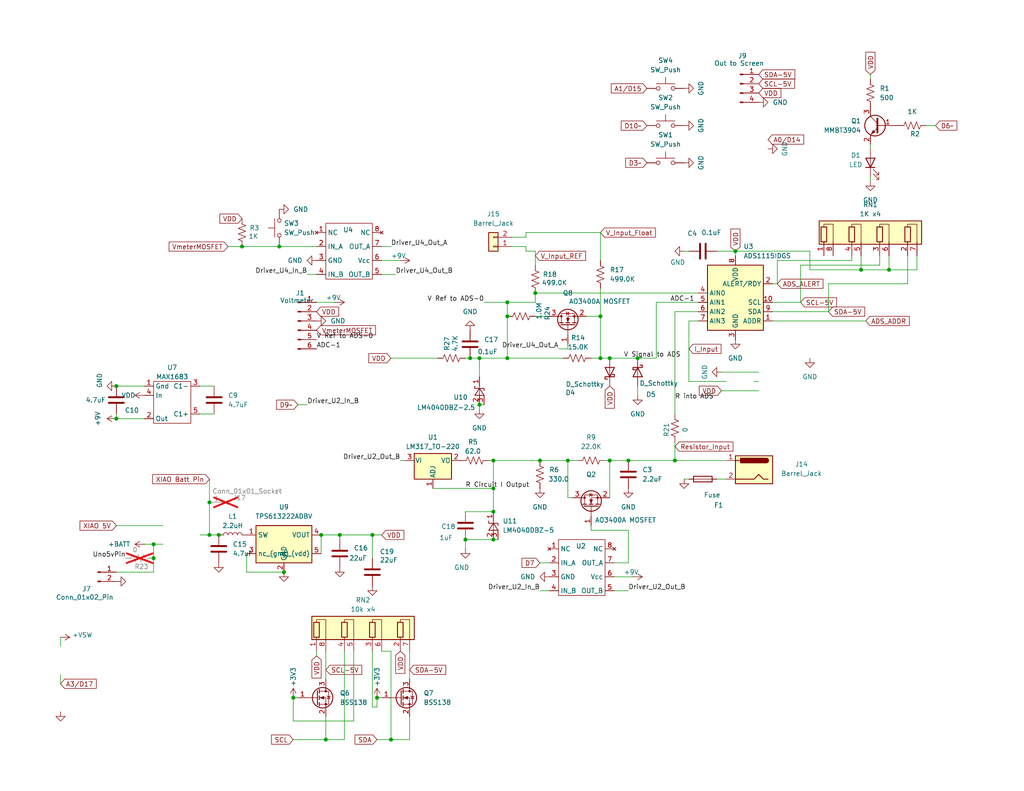
<source format=kicad_sch>
(kicad_sch (version 20250114) (generator "eeschema") (generator_version "9.0")
  (paper "USLetter")
  (title_block (title "Arduino Uno DMM Shield") (date "2025-02-22") (rev "1A") (company "Nick Mann"))
  (junction (at 106.68 201.93))
  (junction (at 163.83 97.79))
  (junction (at 92.71 146.05))
  (junction (at 101.6 146.05))
  (junction (at 127 147.32))
  (junction (at 130.81 110.49))
  (junction (at 173.99 97.79))
  (junction (at 147.32 125.73))
  (junction (at 134.62 139.7))
  (junction (at 130.81 97.79))
  (junction (at 77.47 156.21))
  (junction (at 134.62 147.32))
  (junction (at 134.62 133.35))
  (junction (at 184.15 125.73))
  (junction (at 242.57 73.66))
  (junction (at 234.95 73.66))
  (junction (at 128.27 97.79))
  (junction (at 154.94 125.73))
  (junction (at 57.15 137.16))
  (junction (at 76.2 67.31))
  (junction (at 138.43 86.36))
  (junction (at 134.62 125.73))
  (junction (at 87.63 146.05))
  (junction (at 200.66 68.58))
  (junction (at 41.91 148.59))
  (junction (at 80.01 190.5))
  (junction (at 66.04 67.31))
  (junction (at 102.87 190.5))
  (junction (at 138.43 82.55))
  (junction (at 163.83 86.36))
  (junction (at 166.37 125.73))
  (junction (at 171.45 125.73))
  (junction (at 57.15 146.05))
  (junction (at 41.91 152.4))
  (junction (at 88.9 201.93))
  (junction (at 166.37 97.79))
  (junction (at 31.75 114.3))
  (junction (at 59.69 146.05))
  (junction (at 31.75 105.41))
  (junction (at 138.43 97.79))
  (junction (at 146.05 80.01))
  (wire (pts (xy 210.82 85.09) (xy 226.06 85.09)))
  (wire (pts (xy 92.71 146.05) (xy 92.71 147.32)))
  (wire (pts (xy 237.49 48.26) (xy 237.49 49.53)))
  (wire (pts (xy 237.49 20.32) (xy 237.49 21.59)))
  (wire (pts (xy 163.83 63.5) (xy 143.51 63.5)))
  (wire (pts (xy 81.28 190.5) (xy 80.01 190.5)))
  (wire (pts (xy 220.98 68.58) (xy 220.98 73.66)))
  (wire (pts (xy 111.76 201.93) (xy 111.76 195.58)))
  (wire (pts (xy 16.51 173.99) (xy 16.51 176.53)))
  (wire (pts (xy 107.95 74.93) (xy 104.14 74.93)))
  (wire (pts (xy 146.05 68.58) (xy 143.51 68.58)))
  (wire (pts (xy 106.68 201.93) (xy 111.76 201.93)))
  (wire (pts (xy 237.49 40.64) (xy 237.49 39.37)))
  (wire (pts (xy 104.14 190.5) (xy 102.87 190.5)))
  (wire (pts (xy 31.75 156.21) (xy 41.91 156.21)))
  (wire (pts (xy 226.06 77.47) (xy 247.65 77.47)))
  (wire (pts (xy 171.45 125.73) (xy 184.15 125.73)))
  (wire (pts (xy 138.43 86.36) (xy 138.43 97.79)))
  (wire (pts (xy 127 97.79) (xy 128.27 97.79)))
  (wire (pts (xy 111.76 177.8) (xy 111.76 185.42)))
  (wire (pts (xy 101.6 177.8) (xy 101.6 193.04)))
  (wire (pts (xy 130.81 110.49) (xy 132.08 110.49)))
  (wire (pts (xy 161.29 144.78) (xy 161.29 143.51)))
  (wire (pts (xy 106.68 177.8) (xy 106.68 201.93)))
  (wire (pts (xy 198.12 104.14) (xy 187.96 104.14)))
  (wire (pts (xy 31.75 105.41) (xy 39.37 105.41)))
  (wire (pts (xy 212.09 77.47) (xy 210.82 77.47)))
  (wire (pts (xy 118.11 133.35) (xy 134.62 133.35)))
  (wire (pts (xy 163.83 97.79) (xy 166.37 97.79)))
  (wire (pts (xy 240.03 69.85) (xy 240.03 72.39)))
  (wire (pts (xy 130.81 111.76) (xy 130.81 110.49)))
  (wire (pts (xy 161.29 97.79) (xy 163.83 97.79)))
  (wire (pts (xy 67.31 151.13) (xy 67.31 156.21)))
  (wire (pts (xy 173.99 97.79) (xy 179.07 97.79)))
  (wire (pts (xy 83.82 74.93) (xy 86.36 74.93)))
  (wire (pts (xy 198.12 130.81) (xy 195.58 130.81)))
  (wire (pts (xy 41.91 152.4) (xy 41.91 148.59)))
  (wire (pts (xy 88.9 201.93) (xy 88.9 195.58)))
  (wire (pts (xy 247.65 69.85) (xy 247.65 77.47)))
  (wire (pts (xy 242.57 73.66) (xy 242.57 69.85)))
  (wire (pts (xy 187.96 87.63) (xy 187.96 104.14)))
  (wire (pts (xy 39.37 148.59) (xy 41.91 148.59)))
  (wire (pts (xy 184.15 85.09) (xy 190.5 85.09)))
  (wire (pts (xy 57.15 146.05) (xy 59.69 146.05)))
  (wire (pts (xy 87.63 146.05) (xy 87.63 151.13)))
  (wire (pts (xy 163.83 86.36) (xy 163.83 97.79)))
  (wire (pts (xy 134.62 133.35) (xy 134.62 139.7)))
  (wire (pts (xy 132.08 82.55) (xy 138.43 82.55)))
  (wire (pts (xy 67.31 156.21) (xy 77.47 156.21)))
  (wire (pts (xy 210.82 87.63) (xy 236.22 87.63)))
  (wire (pts (xy 200.66 68.58) (xy 200.66 69.85)))
  (wire (pts (xy 138.43 97.79) (xy 153.67 97.79)))
  (wire (pts (xy 130.81 102.87) (xy 130.81 97.79)))
  (wire (pts (xy 31.75 113.03) (xy 31.75 114.3)))
  (wire (pts (xy 57.15 137.16) (xy 57.15 146.05)))
  (wire (pts (xy 138.43 82.55) (xy 138.43 86.36)))
  (wire (pts (xy 184.15 120.65) (xy 184.15 125.73)))
  (wire (pts (xy 81.28 110.49) (xy 83.82 110.49)))
  (wire (pts (xy 173.99 105.41) (xy 173.99 107.95)))
  (wire (pts (xy 109.22 125.73) (xy 110.49 125.73)))
  (wire (pts (xy 146.05 80.01) (xy 190.5 80.01)))
  (wire (pts (xy 250.19 69.85) (xy 250.19 73.66)))
  (wire (pts (xy 184.15 85.09) (xy 184.15 113.03)))
  (wire (pts (xy 200.66 68.58) (xy 195.58 68.58)))
  (wire (pts (xy 147.32 153.67) (xy 149.86 153.67)))
  (wire (pts (xy 104.14 67.31) (xy 106.68 67.31)))
  (wire (pts (xy 92.71 146.05) (xy 101.6 146.05)))
  (wire (pts (xy 86.36 179.07) (xy 86.36 177.8)))
  (wire (pts (xy 186.69 130.81) (xy 187.96 130.81)))
  (wire (pts (xy 242.57 73.66) (xy 250.19 73.66)))
  (wire (pts (xy 101.6 146.05) (xy 104.14 146.05)))
  (wire (pts (xy 166.37 125.73) (xy 171.45 125.73)))
  (wire (pts (xy 154.94 125.73) (xy 154.94 135.89)))
  (wire (pts (xy 139.7 64.77) (xy 143.51 64.77)))
  (wire (pts (xy 154.94 95.25) (xy 154.94 93.98)))
  (wire (pts (xy 146.05 86.36) (xy 149.86 86.36)))
  (wire (pts (xy 96.52 177.8) (xy 96.52 196.85)))
  (wire (pts (xy 101.6 146.05) (xy 101.6 152.4)))
  (wire (pts (xy 54.61 105.41) (xy 58.42 105.41)))
  (wire (pts (xy 252.73 34.29) (xy 255.27 34.29)))
  (wire (pts (xy 31.75 114.3) (xy 39.37 114.3)))
  (wire (pts (xy 54.61 113.03) (xy 58.42 113.03)))
  (wire (pts (xy 127 139.7) (xy 134.62 139.7)))
  (wire (pts (xy 207.01 104.14) (xy 205.74 104.14)))
  (wire (pts (xy 102.87 201.93) (xy 106.68 201.93)))
  (wire (pts (xy 80.01 196.85) (xy 96.52 196.85)))
  (wire (pts (xy 119.38 97.79) (xy 106.68 97.79)))
  (wire (pts (xy 187.96 68.58) (xy 186.69 68.58)))
  (wire (pts (xy 16.51 184.15) (xy 16.51 186.69)))
  (wire (pts (xy 187.96 87.63) (xy 190.5 87.63)))
  (wire (pts (xy 57.15 130.81) (xy 57.15 137.16)))
  (wire (pts (xy 143.51 67.31) (xy 143.51 68.58)))
  (wire (pts (xy 130.81 97.79) (xy 128.27 97.79)))
  (wire (pts (xy 154.94 125.73) (xy 147.32 125.73)))
  (wire (pts (xy 212.09 71.12) (xy 232.41 71.12)))
  (wire (pts (xy 154.94 125.73) (xy 157.48 125.73)))
  (wire (pts (xy 207.01 106.68) (xy 196.85 106.68)))
  (wire (pts (xy 179.07 82.55) (xy 179.07 97.79)))
  (wire (pts (xy 62.23 67.31) (xy 66.04 67.31)))
  (wire (pts (xy 104.14 177.8) (xy 106.68 177.8)))
  (wire (pts (xy 134.62 125.73) (xy 147.32 125.73)))
  (wire (pts (xy 138.43 82.55) (xy 146.05 82.55)))
  (wire (pts (xy 218.44 72.39) (xy 240.03 72.39)))
  (wire (pts (xy 163.83 63.5) (xy 163.83 71.12)))
  (wire (pts (xy 41.91 156.21) (xy 41.91 152.4)))
  (wire (pts (xy 88.9 177.8) (xy 88.9 185.42)))
  (wire (pts (xy 88.9 201.93) (xy 80.01 201.93)))
  (wire (pts (xy 139.7 67.31) (xy 143.51 67.31)))
  (wire (pts (xy 160.02 86.36) (xy 163.83 86.36)))
  (wire (pts (xy 165.1 125.73) (xy 166.37 125.73)))
  (wire (pts (xy 146.05 80.01) (xy 146.05 82.55)))
  (wire (pts (xy 76.2 67.31) (xy 86.36 67.31)))
  (wire (pts (xy 220.98 73.66) (xy 234.95 73.66)))
  (wire (pts (xy 226.06 77.47) (xy 226.06 85.09)))
  (wire (pts (xy 161.29 144.78) (xy 171.45 144.78)))
  (wire (pts (xy 31.75 143.51) (xy 44.45 143.51)))
  (wire (pts (xy 207.01 101.6) (xy 196.85 101.6)))
  (wire (pts (xy 127 147.32) (xy 134.62 147.32)))
  (wire (pts (xy 212.09 71.12) (xy 212.09 77.47)))
  (wire (pts (xy 80.01 190.5) (xy 80.01 196.85)))
  (wire (pts (xy 234.95 69.85) (xy 234.95 73.66)))
  (wire (pts (xy 171.45 144.78) (xy 171.45 153.67)))
  (wire (pts (xy 154.94 135.89) (xy 156.21 135.89)))
  (wire (pts (xy 93.98 201.93) (xy 88.9 201.93)))
  (wire (pts (xy 166.37 97.79) (xy 173.99 97.79)))
  (wire (pts (xy 166.37 125.73) (xy 166.37 135.89)))
  (wire (pts (xy 179.07 82.55) (xy 190.5 82.55)))
  (wire (pts (xy 93.98 177.8) (xy 93.98 201.93)))
  (wire (pts (xy 146.05 68.58) (xy 146.05 72.39)))
  (wire (pts (xy 101.6 193.04) (xy 102.87 193.04)))
  (wire (pts (xy 134.62 133.35) (xy 134.62 125.73)))
  (wire (pts (xy 54.61 146.05) (xy 57.15 146.05)))
  (wire (pts (xy 171.45 161.29) (xy 167.64 161.29)))
  (wire (pts (xy 172.72 157.48) (xy 167.64 157.48)))
  (wire (pts (xy 171.45 153.67) (xy 167.64 153.67)))
  (wire (pts (xy 102.87 190.5) (xy 102.87 193.04)))
  (wire (pts (xy 200.66 68.58) (xy 220.98 68.58)))
  (wire (pts (xy 87.63 146.05) (xy 92.71 146.05)))
  (wire (pts (xy 218.44 72.39) (xy 218.44 82.55)))
  (wire (pts (xy 66.04 67.31) (xy 76.2 67.31)))
  (wire (pts (xy 143.51 64.77) (xy 143.51 63.5)))
  (wire (pts (xy 232.41 71.12) (xy 232.41 69.85)))
  (wire (pts (xy 163.83 78.74) (xy 163.83 86.36)))
  (wire (pts (xy 184.15 125.73) (xy 198.12 125.73)))
  (wire (pts (xy 130.81 97.79) (xy 138.43 97.79)))
  (wire (pts (xy 109.22 71.12) (xy 104.14 71.12)))
  (wire (pts (xy 134.62 147.32) (xy 135.89 147.32)))
  (wire (pts (xy 41.91 148.59) (xy 44.45 148.59)))
  (wire (pts (xy 210.82 82.55) (xy 218.44 82.55)))
  (wire (pts (xy 127 149.86) (xy 127 147.32)))
  (wire (pts (xy 234.95 73.66) (xy 242.57 73.66)))
  (wire (pts (xy 91.44 82.55) (xy 86.36 82.55)))
  (wire (pts (xy 152.4 95.25) (xy 154.94 95.25)))
  (wire (pts (xy 147.32 161.29) (xy 149.86 161.29)))
  (wire (pts (xy 134.62 125.73) (xy 133.35 125.73)))
  (label "R Circuit I Output" (at 127 133.35 0))
  (label "Driver_U4_Out_A" (at 106.68 67.31 0))
  (label "Driver_U2_Out_B" (at 109.22 125.73 180))
  (label "V Ref to ADS-0" (at 132.08 82.55 180))
  (label "Driver_U2_In_B" (at 83.82 110.49 0))
  (label "Driver_U4_Out_B" (at 107.95 74.93 0))
  (label "V Signal to ADS" (at 170.18 97.79 0))
  (label "R into ADS" (at 184.15 109.22 0))
  (label "ADC-1" (at 86.36 95.25 0))
  (label "Driver_U2_Out_B" (at 171.45 161.29 0))
  (label "ADC-1" (at 182.88 82.55 0))
  (label "Uno5vPin" (at 34.29 152.4 180))
  (label "V Ref to ADS-0" (at 86.36 92.71 0))
  (label "Driver_U4_In_B" (at 83.82 74.93 180))
  (label "Driver_U2_In_B" (at 147.32 161.29 180))
  (label "Driver_U4_Out_A" (at 152.4 95.25 180))
  (global_label "I_Input" (shape input) (at 187.96 95.25 0) (property "Intersheetrefs" "${INTERSHEET_REFS}" (effects (hide yes))))
  (global_label "VmeterMOSFET" (shape input) (at 62.23 67.31 180) (property "Intersheetrefs" "${INTERSHEET_REFS}" (effects (hide yes))))
  (global_label "VDD" (shape input) (at 207.01 25.4 0) (property "Intersheetrefs" "${INTERSHEET_REFS}" (effects (hide yes))))
  (global_label "VDD" (shape input) (at 86.36 179.07 270) (property "Intersheetrefs" "${INTERSHEET_REFS}" (effects (hide yes))))
  (global_label "VDD" (shape input) (at 66.04 59.69 180) (property "Intersheetrefs" "${INTERSHEET_REFS}" (effects (hide yes))))
  (global_label "SDA" (shape input) (at 102.87 201.93 180) (property "Intersheetrefs" "${INTERSHEET_REFS}" (effects (hide yes))))
  (global_label "VDD" (shape input) (at 196.85 106.68 180) (property "Intersheetrefs" "${INTERSHEET_REFS}" (effects (hide yes))))
  (global_label "XIAO 5V" (shape input) (at 31.75 143.51 180) (property "Intersheetrefs" "${INTERSHEET_REFS}" (effects (hide yes))))
  (global_label "ADS_ALERT" (shape input) (at 212.09 77.47 0) (property "Intersheetrefs" "${INTERSHEET_REFS}" (effects (hide yes))))
  (global_label "VDD" (shape input) (at 104.14 146.05 0) (property "Intersheetrefs" "${INTERSHEET_REFS}" (effects (hide yes))))
  (global_label "D6~" (shape input) (at 255.27 34.29 0) (property "Intersheetrefs" "${INTERSHEET_REFS}" (effects (hide yes))))
  (global_label "SCL-5V" (shape input) (at 88.9 182.88 0) (property "Intersheetrefs" "${INTERSHEET_REFS}" (effects (hide yes))))
  (global_label "VDD" (shape input) (at 166.37 105.41 270) (property "Intersheetrefs" "${INTERSHEET_REFS}" (effects (hide yes))))
  (global_label "D10~" (shape input) (at 176.53 34.29 180) (property "Intersheetrefs" "${INTERSHEET_REFS}" (effects (hide yes))))
  (global_label "A1{slash}D15" (shape input) (at 176.53 24.13 180) (property "Intersheetrefs" "${INTERSHEET_REFS}" (effects (hide yes))))
  (global_label "Resistor_Input" (shape input) (at 184.15 121.92 0) (property "Intersheetrefs" "${INTERSHEET_REFS}" (effects (hide yes))))
  (global_label "SDA-5V" (shape input) (at 111.76 182.88 0) (property "Intersheetrefs" "${INTERSHEET_REFS}" (effects (hide yes))))
  (global_label "V_Input_Float" (shape input) (at 163.83 63.5 0) (property "Intersheetrefs" "${INTERSHEET_REFS}" (effects (hide yes))))
  (global_label "D7" (shape input) (at 147.32 153.67 180) (property "Intersheetrefs" "${INTERSHEET_REFS}" (effects (hide yes))))
  (global_label "A3{slash}D17" (shape input) (at 16.51 186.69 0) (property "Intersheetrefs" "${INTERSHEET_REFS}" (effects (hide yes))))
  (global_label "VDD" (shape input) (at 86.36 85.09 0) (property "Intersheetrefs" "${INTERSHEET_REFS}" (effects (hide yes))))
  (global_label "D3~" (shape input) (at 176.53 44.45 180) (property "Intersheetrefs" "${INTERSHEET_REFS}" (effects (hide yes))))
  (global_label "VDD" (shape input) (at 237.49 20.32 90) (property "Intersheetrefs" "${INTERSHEET_REFS}" (effects (hide yes))))
  (global_label "SDA-5V" (shape input) (at 207.01 20.32 0) (property "Intersheetrefs" "${INTERSHEET_REFS}" (effects (hide yes))))
  (global_label "V_Input_REF" (shape input) (at 146.05 69.85 0) (property "Intersheetrefs" "${INTERSHEET_REFS}" (effects (hide yes))))
  (global_label "ADS_ADDR" (shape input) (at 236.22 87.63 0) (property "Intersheetrefs" "${INTERSHEET_REFS}" (effects (hide yes))))
  (global_label "A0{slash}D14" (shape input) (at 209.55 38.1 0) (property "Intersheetrefs" "${INTERSHEET_REFS}" (effects (hide yes))))
  (global_label "VmeterMOSFET" (shape input) (at 86.36 90.17 0) (property "Intersheetrefs" "${INTERSHEET_REFS}" (effects (hide yes))))
  (global_label "SCL" (shape input) (at 80.01 201.93 180) (property "Intersheetrefs" "${INTERSHEET_REFS}" (effects (hide yes))))
  (global_label "VDD" (shape input) (at 109.22 177.8 270) (property "Intersheetrefs" "${INTERSHEET_REFS}" (effects (hide yes))))
  (global_label "VDD" (shape input) (at 200.66 68.58 90) (property "Intersheetrefs" "${INTERSHEET_REFS}" (effects (hide yes))))
  (global_label "XIAO Batt Pin" (shape input) (at 57.15 130.81 180) (property "Intersheetrefs" "${INTERSHEET_REFS}" (effects (hide yes))))
  (global_label "SCL-5V" (shape input) (at 207.01 22.86 0) (property "Intersheetrefs" "${INTERSHEET_REFS}" (effects (hide yes))))
  (global_label "SCL-5V" (shape input) (at 218.44 82.55 0) (property "Intersheetrefs" "${INTERSHEET_REFS}" (effects (hide yes))))
  (global_label "VDD" (shape input) (at 106.68 97.79 180) (property "Intersheetrefs" "${INTERSHEET_REFS}" (effects (hide yes))))
  (global_label "SDA-5V" (shape input) (at 226.06 85.09 0) (property "Intersheetrefs" "${INTERSHEET_REFS}" (effects (hide yes))))
  (global_label "D9~" (shape input) (at 81.28 110.49 180) (property "Intersheetrefs" "${INTERSHEET_REFS}" (effects (hide yes))))
  (symbol (lib_id "Transistor_FET:BSS138") (at 86.36 190.5 0) (unit 1)
    (property "Reference" "Q6" (at 92.71 189.2299 0) (effects (justify left)))
    (property "Value" "BSS138" (at 92.71 191.7699 0) (effects (justify left)))
    (property "Footprint" "Package_TO_SOT_SMD:SOT-23" (effects (hide yes)))
    (property "Datasheet" "https://www.onsemi.com/pub/Collateral/BSS138-D.PDF" (effects (hide yes)))
    (property "Description" "50V Vds, 0.22A Id, N-Channel MOSFET, SOT-23" (effects (hide yes)))
  )
  (symbol (lib_name "+BATT_1") (lib_id "power:+BATT") (at 39.37 148.59 90) (unit 1)
    (property "Reference" "#PWR063" (effects (hide yes)))
    (property "Value" "+BATT" (at 35.56 148.5901 90) (effects (justify left)))
    (property "Description" "Power symbol creates a global label with name \"+BATT\"" (effects (hide yes)))
  )
  (symbol (lib_id "Device:C") (at 31.75 109.22 0) (unit 1)
    (property "Reference" "C10" (at 34.036 112.014 0) (effects (justify left)))
    (property "Value" "4.7uF" (at 23.368 109.22 0) (effects (justify left)))
    (property "Footprint" "Capacitor_SMD:C_0805_2012Metric_Pad1.18x1.45mm_HandSolder" (effects (hide yes)))
    (property "Description" "Unpolarized capacitor" (effects (hide yes)))
    (property "Function" "Charge Pump" (effects (hide yes)))
  )
  (symbol (lib_id "Device:R_US") (at 172.72 234.95 180) (unit 1) (on_board no) (dnp yes)
    (property "Reference" "R19" (at 170.688 236.22 0) (effects (justify left)))
    (property "Value" "10K" (at 170.942 233.934 0) (effects (justify left)))
    (property "Footprint" "Resistor_SMD:R_0805_2012Metric_Pad1.20x1.40mm_HandSolder" (effects (hide yes)))
    (property "Description" "Resistor, US symbol" (effects (hide yes)))
    (property "ValueTemp" "5K" (effects (hide yes)))
    (property "Function" "Current Limit" (effects (hide yes)))
  )
  (symbol (lib_id "power:+9V") (at 31.75 114.3 90) (unit 1)
    (property "Reference" "#PWR036" (effects (hide yes)))
    (property "Value" "+9V" (at 26.67 114.3 0))
    (property "Description" "Power symbol creates a global label with name \"+9V\"" (effects (hide yes)))
  )
  (symbol (lib_id "Transistor_FET:DMG2302U") (at 154.94 88.9 90) (unit 1)
    (property "Reference" "Q8" (at 154.94 80.01 90))
    (property "Value" "AO3400A MOSFET" (at 163.576 82.296 90))
    (property "Footprint" "Package_TO_SOT_SMD:SOT-23" (effects (hide yes)))
    (property "Datasheet" "http://www.diodes.com/assets/Datasheets/DMG2302U.pdf" (effects (hide yes)))
    (property "Description" "4.2A Id, 20V Vds, N-Channel MOSFET, SOT-23" (effects (hide yes)))
    (property "Function" "R Circuit Range Switch" (effects (hide yes)))
  )
  (symbol (lib_id "Transistor_FET:DMG2302U") (at 161.29 138.43 90) (unit 1)
    (property "Reference" "Q2" (at 161.29 129.54 90))
    (property "Value" "AO3400A MOSFET" (at 170.688 141.986 90))
    (property "Footprint" "Package_TO_SOT_SMD:SOT-23" (effects (hide yes)))
    (property "Datasheet" "http://www.diodes.com/assets/Datasheets/DMG2302U.pdf" (effects (hide yes)))
    (property "Description" "4.2A Id, 20V Vds, N-Channel MOSFET, SOT-23" (effects (hide yes)))
    (property "Function" "R Circuit Range Switch" (effects (hide yes)))
  )
  (symbol (lib_id "Analog_ADC:ADS1115IDGS") (at 200.66 82.55 0) (unit 1)
    (property "Reference" "U3" (at 202.8541 67.31 0) (effects (justify left)))
    (property "Value" "ADS1115IDGS" (at 202.8541 69.85 0) (effects (justify left)))
    (property "Footprint" "Package_SO:TSSOP-10_3x3mm_P0.5mm" (effects (hide yes)))
    (property "Datasheet" "http://www.ti.com/lit/ds/symlink/ads1113.pdf" (effects (hide yes)))
    (property "Description" "Ultra-Small, Low-Power, I2C-Compatible, 860-SPS, 16-Bit ADCs With Internal Reference, Oscillator, and Programmable Comparator, VSSOP-10" (effects (hide yes)))
    (property "ValueTemp" "ADS1115IDGS" (effects (hide yes)))
  )
  (symbol (lib_id "Device:C") (at 59.69 149.86 0) (unit 1)
    (property "Reference" "C15" (at 63.5 148.5899 0) (effects (justify left)))
    (property "Value" "4.7uF" (at 63.5 151.1299 0) (effects (justify left)))
    (property "Footprint" "Capacitor_SMD:C_0805_2012Metric_Pad1.18x1.45mm_HandSolder" (effects (hide yes)))
    (property "Description" "Unpolarized capacitor" (effects (hide yes)))
    (property "Function" "Boost Circuit Input" (effects (hide yes)))
  )
  (symbol (lib_id "Device:Fuse") (at 191.77 130.81 270) (mirror x) (unit 1)
    (property "Reference" "F1" (at 196.088 137.922 90))
    (property "Value" "Fuse" (at 194.31 135.128 90))
    (property "Footprint" "Fuse:Fuse_1206_3216Metric_Pad1.42x1.75mm_HandSolder" (effects (hide yes)))
    (property "Description" "Fuse" (effects (hide yes)))
    (property "Function" "Dead Short Protection" (effects (hide yes)))
  )
  (symbol (lib_id "Reference_Voltage:LM4040DBZ-5") (at 134.62 143.51 90) (unit 1)
    (property "Reference" "U11" (at 137.16 142.2399 90) (effects (justify right)))
    (property "Value" "LM4040DBZ-5" (at 137.16 144.7799 90) (effects (justify right)))
    (property "Footprint" "Package_TO_SOT_SMD:SOT-23" (effects (hide yes)))
    (property "Datasheet" "http://www.ti.com/lit/ds/symlink/lm4040-n.pdf" (effects (hide yes)))
    (property "Description" "5.000V Precision Micropower Shunt Voltage Reference, SOT-23" (effects (hide yes)))
    (property "Function" "R Circuit Reference" (effects (hide yes)))
  )
  (symbol (lib_id "Connector:Conn_01x02_Pin") (at 26.67 156.21 0) (unit 1)
    (property "Reference" "J7" (at 23.622 160.782 0))
    (property "Value" "Conn_01x02_Pin" (at 23.114 163.068 0))
    (property "Footprint" "Connector_PinSocket_2.54mm:PinSocket_1x02_P2.54mm_Vertical" (effects (hide yes)))
    (property "Description" "Generic connector, single row, 01x02, script generated" (effects (hide yes)))
  )
  (symbol (lib_id "power:GND") (at 77.47 156.21 0) (unit 1)
    (property "Reference" "#PWR029" (effects (hide yes)))
    (property "Value" "GND" (effects (hide yes)))
    (property "Description" "Power symbol creates a global label with name \"GND\" , ground" (effects (hide yes)))
  )
  (symbol (lib_id "power:GND") (at 127 149.86 0) (unit 1)
    (property "Reference" "#PWR042" (effects (hide yes)))
    (property "Value" "GND" (at 125.984 154.94 0))
    (property "Description" "Power symbol creates a global label with name \"GND\" , ground" (effects (hide yes)))
  )
  (symbol (lib_id "Device:R_US") (at 163.83 74.93 0) (unit 1)
    (property "Reference" "R17" (at 166.37 73.6599 0) (effects (justify left)))
    (property "Value" "499.0K" (at 166.37 76.1999 0) (effects (justify left)))
    (property "Footprint" "Resistor_SMD:R_0805_2012Metric_Pad1.20x1.40mm_HandSolder" (effects (hide yes)))
    (property "Description" "Resistor, US symbol" (effects (hide yes)))
    (property "ValueTemp" "75K" (effects (hide yes)))
    (property "Function" "V Signal Divider" (effects (hide yes)))
  )
  (symbol (lib_id "power:GND") (at 101.6 160.02 0) (unit 1)
    (property "Reference" "#PWR082" (effects (hide yes)))
    (property "Value" "GND" (effects (hide yes)))
    (property "Description" "Power symbol creates a global label with name \"GND\" , ground" (effects (hide yes)))
  )
  (symbol (lib_id "Device:R_US") (at 123.19 97.79 90) (unit 1)
    (property "Reference" "R27" (at 121.92 95.758 0) (effects (justify left)))
    (property "Value" "4.7K" (at 124.206 96.012 0) (effects (justify left)))
    (property "Footprint" "Resistor_SMD:R_0805_2012Metric_Pad1.20x1.40mm_HandSolder" (effects (hide yes)))
    (property "Description" "Resistor, US symbol" (effects (hide yes)))
    (property "ValueTemp" "5K" (effects (hide yes)))
    (property "Function" "Current Limit" (effects (hide yes)))
  )
  (symbol (lib_id "power:GND") (at 171.45 133.35 0) (unit 1)
    (property "Reference" "#PWR047" (effects (hide yes)))
    (property "Value" "GND" (at 171.45 138.43 0))
    (property "Description" "Power symbol creates a global label with name \"GND\" , ground" (effects (hide yes)))
  )
  (symbol (lib_id "power:+9V") (at 91.44 82.55 270) (unit 1)
    (property "Reference" "#PWR02" (effects (hide yes)))
    (property "Value" "+9V" (at 88.9 81.28 90) (effects (justify left)))
    (property "Description" "Power symbol creates a global label with name \"+9V\"" (effects (hide yes)))
  )
  (symbol (lib_id "Connector:Conn_01x04_Pin") (at 201.93 22.86 0) (unit 1)
    (property "Reference" "J9" (at 202.565 15.24 0))
    (property "Value" "Out to Screen" (at 201.676 17.272 0))
    (property "Footprint" "Connector_PinSocket_2.54mm:PinSocket_1x04_P2.54mm_Vertical" (effects (hide yes)))
    (property "Description" "Generic connector, single row, 01x04, script generated" (effects (hide yes)))
    (property "ValueTemp" "Out to Screen" (effects (hide yes)))
  )
  (symbol (lib_id "Device:D_Schottky") (at 173.99 101.6 270) (unit 1)
    (property "Reference" "D5" (at 176.276 107.696 90) (effects (justify left)))
    (property "Value" "D_Schottky" (at 174.498 104.648 90) (effects (justify left)))
    (property "Footprint" "Diode_SMD:D_SOD-123" (effects (hide yes)))
    (property "Description" "Schottky diode" (effects (hide yes)))
    (property "Function" "Overvoltage Proection" (effects (hide yes)))
  )
  (symbol (lib_id "Switch:SW_Push") (at 181.61 44.45 0) (unit 1)
    (property "Reference" "SW1" (at 181.61 36.83 0))
    (property "Value" "SW_Push" (at 181.61 39.37 0))
    (property "Footprint" "Button_Switch_SMD:SW_SPST_CK_RS282G05A3" (effects (hide yes)))
    (property "Description" "Push button switch, generic, two pins" (effects (hide yes)))
    (property "ValueTemp" "SW_Push" (effects (hide yes)))
  )
  (symbol (lib_id "power:GND") (at 209.55 40.64 90) (unit 1)
    (property "Reference" "#PWR044" (effects (hide yes)))
    (property "Value" "GND" (at 214.122 40.64 0))
    (property "Description" "Power symbol creates a global label with name \"GND\" , ground" (effects (hide yes)))
  )
  (symbol (lib_id "power:+5V") (at 39.37 107.95 90) (unit 1)
    (property "Reference" "#PWR039" (effects (hide yes)))
    (property "Value" "VDD" (at 35.052 107.95 90))
  )
  (symbol (lib_id "power:GND") (at 186.69 44.45 90) (unit 1)
    (property "Reference" "#PWR024" (effects (hide yes)))
    (property "Value" "GND" (at 191.262 44.45 0))
    (property "Description" "Power symbol creates a global label with name \"GND\" , ground" (effects (hide yes)))
  )
  (symbol (lib_id "power:GND") (at 86.36 87.63 90) (unit 1)
    (property "Reference" "#PWR01" (effects (hide yes)))
    (property "Value" "GND" (at 90.17 87.6299 90) (effects (justify right)))
    (property "Description" "Power symbol creates a global label with name \"GND\" , ground" (effects (hide yes)))
  )
  (symbol (lib_id "power:GND") (at 31.75 105.41 270) (unit 1)
    (property "Reference" "#PWR037" (effects (hide yes)))
    (property "Value" "GND" (at 27.178 103.886 0))
    (property "Description" "Power symbol creates a global label with name \"GND\" , ground" (effects (hide yes)))
  )
  (symbol (lib_id "Device:R_Pack04_SIP") (at 237.49 64.77 0) (unit 1)
    (property "Reference" "RN1" (at 237.49 55.88 0))
    (property "Value" "1K x4" (at 237.49 58.42 0))
    (property "Footprint" "Library:RESCAXS127P508X320X70-8N" (effects (hide yes)))
    (property "Datasheet" "http://www.vishay.com/docs/31509/csc.pdf" (effects (hide yes)))
    (property "Description" "4 resistor network, parallel topology, SIP package" (effects (hide yes)))
  )
  (symbol (lib_id "power:GND") (at 92.71 154.94 0) (unit 1)
    (property "Reference" "#PWR010" (effects (hide yes)))
    (property "Value" "GND" (effects (hide yes)))
    (property "Description" "Power symbol creates a global label with name \"GND\" , ground" (effects (hide yes)))
  )
  (symbol (lib_id "power:GND") (at 147.32 133.35 0) (unit 1)
    (property "Reference" "#PWR035" (effects (hide yes)))
    (property "Value" "GND" (at 147.32 138.43 0))
    (property "Description" "Power symbol creates a global label with name \"GND\" , ground" (effects (hide yes)))
  )
  (symbol (lib_id "MIC4801:MAX1683") (at 40.64 110.49 0) (unit 1)
    (property "Reference" "U7" (at 46.99 100.33 0))
    (property "Value" "MAX1683" (at 46.99 102.87 0))
    (property "Footprint" "Package_TO_SOT_SMD:SOT-23-5_HandSoldering" (effects (hide yes)))
    (property "Datasheet" "https://www.analog.com/media/en/technical-documentation/data-sheets/MAX1682-MAX1683.pdf" (effects (hide yes)))
    (property "Description" "IC REG CHARGE PUMP 2VIN SOT23-5" (effects (hide yes)))
    (property "Function" "Voltage Doubler" (effects (hide yes)))
  )
  (symbol (lib_id "power:+VSW") (at 16.51 173.99 270) (unit 1)
    (property "Reference" "#PWR028" (effects (hide yes)))
    (property "Value" "+VSW" (at 19.685 173.355 90) (effects (justify left)))
  )
  (symbol (lib_id "power:GND") (at 207.01 27.94 90) (unit 1)
    (property "Reference" "#PWR041" (effects (hide yes)))
    (property "Value" "GND" (at 210.82 27.9399 90) (effects (justify right)))
    (property "Description" "Power symbol creates a global label with name \"GND\" , ground" (effects (hide yes)))
  )
  (symbol (lib_id "Connector_Generic:Conn_01x02") (at 134.62 67.31 180) (unit 1)
    (property "Reference" "J15" (at 134.62 58.42 0))
    (property "Value" "Barrel_Jack" (at 134.62 60.96 0))
    (property "Footprint" "TerminalBlock_Phoenix:TerminalBlock_Phoenix_MKDS-3-2-5.08_1x02_P5.08mm_Horizontal" (effects (hide yes)))
    (property "Description" "Generic connector, single row, 01x02, script generated (kicad-library-utils/schlib/autogen/connector/)" (effects (hide yes)))
    (property "ValueTemp" "Barrel_Jack" (effects (hide yes)))
  )
  (symbol (lib_id "Device:R_US") (at 172.72 223.52 180) (unit 1) (on_board no) (dnp yes)
    (property "Reference" "R20" (at 170.688 224.79 0) (effects (justify left)))
    (property "Value" "10K" (at 170.942 222.504 0) (effects (justify left)))
    (property "Footprint" "Resistor_SMD:R_0805_2012Metric_Pad1.20x1.40mm_HandSolder" (effects (hide yes)))
    (property "Description" "Resistor, US symbol" (effects (hide yes)))
    (property "ValueTemp" "5K" (effects (hide yes)))
    (property "Function" "Current Limit" (effects (hide yes)))
  )
  (symbol (lib_id "CustomLibrary:IX4426_") (at 152.4 146.05 0) (unit 1)
    (property "Reference" "U2" (at 158.496 149.098 0))
    (property "Value" "IX4426N" (effects (hide yes)))
    (property "Footprint" "Package_SO:SOIC-8_3.9x4.9mm_P1.27mm" (effects (hide yes)))
  )
  (symbol (lib_id "Device:C") (at 101.6 156.21 0) (unit 1)
    (property "Reference" "C19" (at 103.632 150.622 0) (effects (justify left)))
    (property "Value" "22uF" (at 103.632 152.9079 0) (effects (justify left)))
    (property "Footprint" "Capacitor_SMD:C_0805_2012Metric_Pad1.18x1.45mm_HandSolder" (effects (hide yes)))
    (property "Description" "Unpolarized capacitor" (effects (hide yes)))
    (property "Function" "Boost Output Smoothing" (effects (hide yes)))
  )
  (symbol (lib_id "Regulator_Switching:TPS613222ADBV") (at 77.47 148.59 0) (unit 1)
    (property "Reference" "U9" (at 77.47 138.43 0))
    (property "Value" "TPS613222ADBV" (at 77.47 140.97 0))
    (property "Footprint" "Package_TO_SOT_SMD:SOT-23-5" (effects (hide yes)))
    (property "Datasheet" "http://www.ti.com/lit/ds/symlink/tps61322.pdf" (effects (hide yes)))
    (property "Description" "1.8A Step-Up Converter, 5V Output Voltage, 0.9-5.5V Input Voltage, SOT-23-5" (effects (hide yes)))
  )
  (symbol (lib_id "Device:R_US") (at 147.32 129.54 180) (unit 1)
    (property "Reference" "R6" (at 149.86 128.2699 0) (effects (justify right)))
    (property "Value" "330.0" (at 149.606 130.81 0) (effects (justify right)))
    (property "Footprint" "Resistor_SMD:R_0805_2012Metric_Pad1.20x1.40mm_HandSolder" (effects (hide yes)))
    (property "Description" "Resistor, US symbol" (effects (hide yes)))
    (property "Function" "330 R Circuit I Bleeder" (effects (hide yes)))
  )
  (symbol (lib_id "Device:L") (at 63.5 146.05 90) (unit 1)
    (property "Reference" "L1" (at 63.5 140.97 90))
    (property "Value" "2.2uH" (at 63.5 143.51 90))
    (property "Footprint" "Inductor_SMD:L_Murata_DFE201610P" (effects (hide yes)))
    (property "Description" "Inductor" (effects (hide yes)))
  )
  (symbol (lib_id "Switch:SW_Push") (at 76.2 62.23 90) (unit 1)
    (property "Reference" "SW3" (at 77.47 60.9599 90) (effects (justify right)))
    (property "Value" "SW_Push" (at 77.47 63.4999 90) (effects (justify right)))
    (property "Footprint" "Button_Switch_SMD:SW_SPST_CK_RS282G05A3" (effects (hide yes)))
    (property "Description" "Push button switch, generic, two pins" (effects (hide yes)))
    (property "ValueTemp" "SW_Push" (effects (hide yes)))
  )
  (symbol (lib_id "Device:R_US") (at 161.29 125.73 90) (unit 1)
    (property "Reference" "R9" (at 161.29 119.38 90))
    (property "Value" "22.0K" (at 161.29 121.92 90))
    (property "Footprint" "Resistor_SMD:R_0805_2012Metric_Pad1.20x1.40mm_HandSolder" (effects (hide yes)))
    (property "Description" "Resistor, US symbol" (effects (hide yes)))
    (property "Function" "R Circuit Divider" (effects (hide yes)))
  )
  (symbol (lib_id "Connector:Conn_01x01_Socket") (at 62.23 137.16 0) (unit 1) (dnp yes)
    (property "Reference" "J17" (at 63.5 135.8899 0) (effects (justify left)))
    (property "Value" "Conn_01x01_Socket" (at 57.912 134.112 0) (effects (justify left)))
    (property "Footprint" "Connector_PinSocket_2.54mm:PinSocket_1x01_P2.54mm_Vertical" (effects (hide yes)))
    (property "Description" "Generic connector, single row, 01x01, script generated" (effects (hide yes)))
  )
  (symbol (lib_id "power:+3.3V") (at 102.87 190.5 0) (unit 1)
    (property "Reference" "#PWR06" (effects (hide yes)))
    (property "Value" "+3V3" (at 102.87 184.785 90))
  )
  (symbol (lib_id "power:GND") (at 86.36 71.12 270) (unit 1)
    (property "Reference" "#PWR013" (effects (hide yes)))
    (property "Value" "GND" (at 82.55 71.1199 90) (effects (justify right)))
    (property "Description" "Power symbol creates a global label with name \"GND\" , ground" (effects (hide yes)))
  )
  (symbol (lib_id "power:GND") (at 186.69 34.29 90) (unit 1)
    (property "Reference" "#PWR023" (effects (hide yes)))
    (property "Value" "GND" (at 191.262 34.29 0))
    (property "Description" "Power symbol creates a global label with name \"GND\" , ground" (effects (hide yes)))
  )
  (symbol (lib_id "power:GND") (at 186.69 130.81 0) (mirror y) (unit 1)
    (property "Reference" "#PWR030" (effects (hide yes)))
    (property "Value" "GND" (effects (hide yes)))
    (property "Description" "Power symbol creates a global label with name \"GND\" , ground" (effects (hide yes)))
  )
  (symbol (lib_id "Connector:Barrel_Jack") (at 205.74 128.27 0) (mirror y) (unit 1)
    (property "Reference" "J14" (at 218.694 126.746 0))
    (property "Value" "Barrel_Jack" (at 218.694 129.286 0))
    (property "Footprint" "Connector_BarrelJack:BarrelJack_Horizontal" (effects (hide yes)))
    (property "Description" "DC Barrel Jack" (effects (hide yes)))
    (property "ValueTemp" "Barrel_Jack" (effects (hide yes)))
  )
  (symbol (lib_id "Reference_Voltage:LM4040DBZ-2.5") (at 130.81 106.68 90) (unit 1)
    (property "Reference" "U10" (at 123.698 108.458 90) (effects (justify right)))
    (property "Value" "LM4040DBZ-2.5" (at 113.792 111.252 90) (effects (justify right)))
    (property "Footprint" "Package_TO_SOT_SMD:SOT-23" (effects (hide yes)))
    (property "Datasheet" "http://www.ti.com/lit/ds/symlink/lm4040-n.pdf" (effects (hide yes)))
    (property "Description" "2.500V Precision Micropower Shunt Voltage Reference, SOT-23" (effects (hide yes)))
    (property "Function" "V Reference Control" (effects (hide yes)))
  )
  (symbol (lib_id "Device:C") (at 58.42 109.22 0) (unit 1)
    (property "Reference" "C9" (at 62.23 107.9499 0) (effects (justify left)))
    (property "Value" "4.7uF" (at 62.23 110.4899 0) (effects (justify left)))
    (property "Footprint" "Capacitor_SMD:C_0805_2012Metric_Pad1.18x1.45mm_HandSolder" (effects (hide yes)))
    (property "Description" "Unpolarized capacitor" (effects (hide yes)))
    (property "Function" "Charge Pump" (effects (hide yes)))
  )
  (symbol (lib_id "Transistor_FET:BSS138") (at 109.22 190.5 0) (unit 1)
    (property "Reference" "Q7" (at 115.57 189.2299 0) (effects (justify left)))
    (property "Value" "BSS138" (at 115.57 191.7699 0) (effects (justify left)))
    (property "Footprint" "Package_TO_SOT_SMD:SOT-23" (effects (hide yes)))
    (property "Datasheet" "https://www.onsemi.com/pub/Collateral/BSS138-D.PDF" (effects (hide yes)))
    (property "Description" "50V Vds, 0.22A Id, N-Channel MOSFET, SOT-23" (effects (hide yes)))
  )
  (symbol (lib_id "Device:R_US") (at 157.48 97.79 90) (unit 1)
    (property "Reference" "R14" (at 157.734 92.202 90))
    (property "Value" "15.0K" (at 157.734 94.742 90))
    (property "Footprint" "Resistor_SMD:R_0805_2012Metric_Pad1.20x1.40mm_HandSolder" (effects (hide yes)))
    (property "Description" "Resistor, US symbol" (effects (hide yes)))
    (property "Function" "V Bridge" (effects (hide yes)))
  )
  (symbol (lib_id "Transistor_BJT:MMBT3904") (at 240.03 34.29 0) (mirror y) (unit 1)
    (property "Reference" "Q1" (at 234.95 33.0199 0) (effects (justify left)))
    (property "Value" "MMBT3904" (at 234.95 35.5599 0) (effects (justify left)))
    (property "Footprint" "Package_TO_SOT_SMD:SOT-23" (effects (hide yes)))
    (property "Datasheet" "https://www.onsemi.com/pdf/datasheet/pzt3904-d.pdf" (effects (hide yes)))
    (property "Description" "0.2A Ic, 40V Vce, Small Signal NPN Transistor, SOT-23" (effects (hide yes)))
    (property "ValueTemp" "MMBT3904" (effects (hide yes)))
    (property "Function" "LED Control" (effects (hide yes)))
  )
  (symbol (lib_id "Device:R_US") (at 66.04 63.5 0) (unit 1)
    (property "Reference" "R3" (at 68.072 62.23 0) (effects (justify left)))
    (property "Value" "1K" (at 67.818 64.516 0) (effects (justify left)))
    (property "Footprint" "Resistor_SMD:R_0805_2012Metric_Pad1.20x1.40mm_HandSolder" (effects (hide yes)))
    (property "Description" "Resistor, US symbol" (effects (hide yes)))
    (property "Function" "V Driver Pullup" (effects (hide yes)))
  )
  (symbol (lib_id "Device:R_US") (at 129.54 125.73 90) (unit 1)
    (property "Reference" "R5" (at 129.032 120.65 90))
    (property "Value" "62.0" (at 129.032 123.19 90))
    (property "Footprint" "Resistor_SMD:R_0805_2012Metric_Pad1.20x1.40mm_HandSolder" (effects (hide yes)))
    (property "Description" "Resistor, US symbol" (effects (hide yes)))
    (property "Function" "R Circuit I Set" (effects (hide yes)))
  )
  (symbol (lib_id "power:GND") (at 220.98 97.79 0) (unit 1)
    (property "Reference" "#PWR056" (effects (hide yes)))
    (property "Value" "GND" (at 220.98 102.87 0))
    (property "Description" "Power symbol creates a global label with name \"GND\" , ground" (effects (hide yes)))
  )
  (symbol (lib_id "Device:R_US") (at 149.86 233.68 180) (unit 1) (on_board no) (dnp yes)
    (property "Reference" "R11" (at 147.828 234.95 0) (effects (justify left)))
    (property "Value" "10K" (at 148.082 232.664 0) (effects (justify left)))
    (property "Footprint" "Resistor_SMD:R_0805_2012Metric_Pad1.20x1.40mm_HandSolder" (effects (hide yes)))
    (property "Description" "Resistor, US symbol" (effects (hide yes)))
    (property "ValueTemp" "5K" (effects (hide yes)))
    (property "Function" "Current Limit" (effects (hide yes)))
  )
  (symbol (lib_id "Device:D_Schottky") (at 166.37 101.6 90) (unit 1)
    (property "Reference" "D4" (at 156.972 107.188 90) (effects (justify left)))
    (property "Value" "D_Schottky" (at 164.846 104.902 90) (effects (justify left)))
    (property "Footprint" "Diode_SMD:D_SOD-123" (effects (hide yes)))
    (property "Description" "Schottky diode" (effects (hide yes)))
    (property "Function" "Overvoltage Proection" (effects (hide yes)))
  )
  (symbol (lib_id "Device:R_US") (at 237.49 25.4 180) (unit 1)
    (property "Reference" "R1" (at 240.03 24.1299 0) (effects (justify right)))
    (property "Value" "500" (at 240.03 26.6699 0) (effects (justify right)))
    (property "Footprint" "Resistor_SMD:R_0805_2012Metric_Pad1.20x1.40mm_HandSolder" (effects (hide yes)))
    (property "Description" "Resistor, US symbol" (effects (hide yes)))
    (property "Function" "I Limit LED" (effects (hide yes)))
  )
  (symbol (lib_id "power:GND") (at 186.69 24.13 90) (unit 1)
    (property "Reference" "#PWR081" (effects (hide yes)))
    (property "Value" "GND" (at 191.262 24.13 0))
    (property "Description" "Power symbol creates a global label with name \"GND\" , ground" (effects (hide yes)))
  )
  (symbol (lib_id "power:+9V") (at 109.22 71.12 270) (unit 1)
    (property "Reference" "#PWR012" (effects (hide yes)))
    (property "Value" "+9V" (at 106.68 69.85 90) (effects (justify left)))
    (property "Description" "Power symbol creates a global label with name \"+9V\"" (effects (hide yes)))
  )
  (symbol (lib_id "Device:C") (at 191.77 68.58 90) (unit 1)
    (property "Reference" "C4" (at 190.246 63.754 90) (effects (justify left)))
    (property "Value" "0.1uF" (at 196.85 63.5 90) (effects (justify left)))
    (property "Footprint" "Capacitor_SMD:C_0805_2012Metric_Pad1.18x1.45mm_HandSolder" (effects (hide yes)))
    (property "Description" "Unpolarized capacitor" (effects (hide yes)))
    (property "Function" "ADS Vdd Input Filter" (effects (hide yes)))
  )
  (symbol (lib_id "Device:R_US") (at 142.24 86.36 270) (unit 1)
    (property "Reference" "R24" (at 149.352 83.566 0) (effects (justify left)))
    (property "Value" "1.0M" (at 147.066 82.55 0) (effects (justify left)))
    (property "Footprint" "Resistor_SMD:R_0805_2012Metric_Pad1.20x1.40mm_HandSolder" (effects (hide yes)))
    (property "Description" "Resistor, US symbol" (effects (hide yes)))
    (property "Function" "V REF Divider" (effects (hide yes)))
  )
  (symbol (lib_id "power:GND") (at 149.86 157.48 270) (unit 1)
    (property "Reference" "#PWR011" (effects (hide yes)))
    (property "Value" "GND" (at 146.05 157.4799 90) (effects (justify right)))
    (property "Description" "Power symbol creates a global label with name \"GND\" , ground" (effects (hide yes)))
  )
  (symbol (lib_id "Device:C") (at 128.27 93.98 0) (unit 1)
    (property "Reference" "C17" (at 132.08 92.7099 0) (effects (justify left)))
    (property "Value" "0.1uF" (at 130.302 96.012 0) (effects (justify left)))
    (property "Footprint" "Capacitor_SMD:C_0805_2012Metric_Pad1.18x1.45mm_HandSolder" (effects (hide yes)))
    (property "Description" "Unpolarized capacitor" (effects (hide yes)))
    (property "Function" "Voltage Ref Smoothing" (effects (hide yes)))
  )
  (symbol (lib_id "power:GND") (at 200.66 92.71 0) (unit 1)
    (property "Reference" "#PWR054" (effects (hide yes)))
    (property "Value" "GND" (at 200.66 97.79 0))
    (property "Description" "Power symbol creates a global label with name \"GND\" , ground" (effects (hide yes)))
  )
  (symbol (lib_id "Switch:SW_Push") (at 181.61 24.13 0) (unit 1)
    (property "Reference" "SW4" (at 181.61 16.51 0))
    (property "Value" "SW_Push" (at 181.61 19.05 0))
    (property "Footprint" "Button_Switch_SMD:SW_SPST_CK_RS282G05A3" (effects (hide yes)))
    (property "Description" "Push button switch, generic, two pins" (effects (hide yes)))
    (property "ValueTemp" "SW_Push" (effects (hide yes)))
  )
  (symbol (lib_id "Device:LED") (at 237.49 44.45 90) (unit 1)
    (property "Reference" "D1" (at 232.156 42.418 90) (effects (justify right)))
    (property "Value" "LED" (at 231.648 44.958 90) (effects (justify right)))
    (property "Footprint" "LED_SMD:LED_Luminus_MP-3030-1100_3.0x3.0mm" (effects (hide yes)))
    (property "Description" "Light emitting diode" (effects (hide yes)))
    (property "Function" "LED SMD Option" (effects (hide yes)))
  )
  (symbol (lib_id "power:GND") (at 128.27 90.17 180) (unit 1)
    (property "Reference" "#PWR061" (effects (hide yes)))
    (property "Value" "GND" (at 128.27 85.09 0))
    (property "Description" "Power symbol creates a global label with name \"GND\" , ground" (effects (hide yes)))
  )
  (symbol (lib_id "Device:R_US") (at 146.05 76.2 0) (unit 1)
    (property "Reference" "R18" (at 148.082 74.93 0) (effects (justify left)))
    (property "Value" "499.0K" (at 147.828 77.216 0) (effects (justify left)))
    (property "Footprint" "Resistor_SMD:R_0805_2012Metric_Pad1.20x1.40mm_HandSolder" (effects (hide yes)))
    (property "Description" "Resistor, US symbol" (effects (hide yes)))
    (property "Function" "V REF Divider" (effects (hide yes)))
  )
  (symbol (lib_id "Device:C") (at 171.45 129.54 0) (unit 1)
    (property "Reference" "C3" (at 175.26 128.2699 0) (effects (justify left)))
    (property "Value" "2.2uF" (at 175.26 130.8099 0) (effects (justify left)))
    (property "Footprint" "Capacitor_SMD:C_0805_2012Metric_Pad1.18x1.45mm_HandSolder" (effects (hide yes)))
    (property "Description" "Unpolarized capacitor" (effects (hide yes)))
    (property "Function" "R ADS Input Filter" (effects (hide yes)))
  )
  (symbol (lib_id "power:GND") (at 76.2 57.15 90) (unit 1)
    (property "Reference" "#PWR03" (effects (hide yes)))
    (property "Value" "GND" (at 80.01 57.1499 90) (effects (justify right)))
    (property "Description" "Power symbol creates a global label with name \"GND\" , ground" (effects (hide yes)))
  )
  (symbol (lib_id "Device:R_Pack04_SIP") (at 99.06 172.72 0) (unit 1)
    (property "Reference" "RN2" (at 99.06 163.83 0))
    (property "Value" "10k x4" (at 99.06 166.37 0))
    (property "Footprint" "Library:RESCAXS127P508X320X70-8N" (effects (hide yes)))
    (property "Datasheet" "http://www.vishay.com/docs/31509/csc.pdf" (effects (hide yes)))
    (property "Description" "4 resistor network, parallel topology, SIP package" (effects (hide yes)))
  )
  (symbol (lib_id "power:GND") (at 196.85 101.6 270) (unit 1)
    (property "Reference" "#PWR045" (effects (hide yes)))
    (property "Value" "GND" (at 192.278 101.6 0))
    (property "Description" "Power symbol creates a global label with name \"GND\" , ground" (effects (hide yes)))
  )
  (symbol (lib_id "power:+3.3V") (at 80.01 190.5 0) (unit 1)
    (property "Reference" "#PWR05" (effects (hide yes)))
    (property "Value" "+3V3" (at 80.01 184.785 90))
  )
  (symbol (lib_id "power:GND") (at 186.69 68.58 270) (unit 1)
    (property "Reference" "#PWR053" (effects (hide yes)))
    (property "Value" "GND" (at 184.912 71.628 90))
    (property "Description" "Power symbol creates a global label with name \"GND\" , ground" (effects (hide yes)))
  )
  (symbol (lib_id "Device:C") (at 92.71 151.13 0) (unit 1)
    (property "Reference" "C16" (at 96.52 149.606 0) (effects (justify left)))
    (property "Value" "22uF" (at 95.25 152.4 0) (effects (justify left)))
    (property "Footprint" "Capacitor_SMD:C_0805_2012Metric_Pad1.18x1.45mm_HandSolder" (effects (hide yes)))
    (property "Description" "Unpolarized capacitor" (effects (hide yes)))
    (property "Function" "Boost Output Smoothing" (effects (hide yes)))
  )
  (symbol (lib_id "power:GND") (at 16.51 194.31 0) (unit 1)
    (property "Reference" "#PWR058" (effects (hide yes)))
    (property "Value" "GND" (effects (hide yes)))
    (property "Description" "Power symbol creates a global label with name \"GND\" , ground" (effects (hide yes)))
  )
  (symbol (lib_id "power:GND") (at 173.99 107.95 0) (unit 1)
    (property "Reference" "#PWR062" (effects (hide yes)))
    (property "Value" "GND" (at 173.99 113.03 0))
    (property "Description" "Power symbol creates a global label with name \"GND\" , ground" (effects (hide yes)))
  )
  (symbol (lib_id "Device:R_US") (at 149.86 223.52 180) (unit 1) (on_board no) (dnp yes)
    (property "Reference" "R10" (at 147.828 224.79 0) (effects (justify left)))
    (property "Value" "10K" (at 148.082 222.504 0) (effects (justify left)))
    (property "Footprint" "Resistor_SMD:R_0805_2012Metric_Pad1.20x1.40mm_HandSolder" (effects (hide yes)))
    (property "Description" "Resistor, US symbol" (effects (hide yes)))
    (property "ValueTemp" "5K" (effects (hide yes)))
    (property "Function" "Current Limit" (effects (hide yes)))
  )
  (symbol (lib_id "Device:C") (at 127 143.51 0) (unit 1)
    (property "Reference" "C18" (at 120.396 143.764 0) (effects (justify left)))
    (property "Value" "1uF" (at 119.888 146.812 0) (effects (justify left)))
    (property "Footprint" "Capacitor_SMD:C_0805_2012Metric_Pad1.18x1.45mm_HandSolder" (effects (hide yes)))
    (property "Description" "Unpolarized capacitor" (effects (hide yes)))
    (property "ValueTemp" "2.2uF Unpolarized" (effects (hide yes)))
    (property "Function" "R Circuit Smoothing" (effects (hide yes)))
  )
  (symbol (lib_id "power:+9V") (at 172.72 157.48 270) (unit 1)
    (property "Reference" "#PWR050" (effects (hide yes)))
    (property "Value" "+9V" (at 170.18 156.21 90) (effects (justify left)))
    (property "Description" "Power symbol creates a global label with name \"+9V\"" (effects (hide yes)))
  )
  (symbol (lib_id "Regulator_Linear:LM317_TO-220") (at 118.11 125.73 0) (unit 1)
    (property "Reference" "U1" (at 118.11 119.38 0))
    (property "Value" "LM317_TO-220" (at 118.11 121.92 0))
    (property "Footprint" "Package_TO_SOT_SMD:SOT-223-3_TabPin2" (effects (hide yes)))
    (property "Datasheet" "http://www.ti.com/lit/ds/symlink/lm317.pdf" (effects (hide yes)))
    (property "Description" "1.5A 35V Adjustable Linear Regulator, TO-220" (effects (hide yes)))
    (property "ValueTemp" "LM317_TO-220" (effects (hide yes)))
  )
  (symbol (lib_id "Connector:Conn_01x06_Pin") (at 81.28 87.63 0) (unit 1)
    (property "Reference" "J1" (at 81.915 80.01 0))
    (property "Value" "Voltmeter" (at 81.026 82.042 0))
    (property "Footprint" "Connector_PinSocket_2.54mm:PinSocket_1x06_P2.54mm_Vertical" (effects (hide yes)))
    (property "Description" "Generic connector, single row, 01x06, script generated" (effects (hide yes)))
    (property "ValueTemp" "Out to Screen" (effects (hide yes)))
  )
  (symbol (lib_id "Device:R_US") (at 184.15 116.84 0) (unit 1)
    (property "Reference" "R21" (at 181.864 117.348 90))
    (property "Value" "0" (at 186.944 117.348 90))
    (property "Footprint" "Resistor_SMD:R_0805_2012Metric_Pad1.20x1.40mm_HandSolder" (effects (hide yes)))
    (property "Description" "Resistor, US symbol" (effects (hide yes)))
    (property "Function" "BJTCurrentLimit1" (effects (hide yes)))
  )
  (symbol (lib_id "Device:R_US") (at 248.92 34.29 270) (unit 1)
    (property "Reference" "R2" (at 249.682 36.576 90))
    (property "Value" "1K" (at 248.92 30.48 90))
    (property "Footprint" "Resistor_SMD:R_0805_2012Metric_Pad1.20x1.40mm_HandSolder" (effects (hide yes)))
    (property "Description" "Resistor, US symbol" (effects (hide yes)))
    (property "Function" "I limit for Q1" (effects (hide yes)))
  )
  (symbol (lib_id "power:GND") (at 31.75 158.75 90) (unit 1)
    (property "Reference" "#PWR08" (effects (hide yes)))
    (property "Value" "GND" (effects (hide yes)))
    (property "Description" "Power symbol creates a global label with name \"GND\" , ground" (effects (hide yes)))
  )
  (symbol (lib_id "CustomLibrary:IX4426_") (at 88.9 59.69 0) (unit 1)
    (property "Reference" "U4" (at 94.996 62.738 0))
    (property "Value" "IX4426N" (effects (hide yes)))
    (property "Footprint" "Package_SO:SOIC-8_3.9x4.9mm_P1.27mm" (effects (hide yes)))
  )
  (symbol (lib_id "Device:R_US") (at 38.1 152.4 90) (unit 1) (dnp yes)
    (property "Reference" "R23" (at 38.608 154.686 90))
    (property "Value" "0" (at 36.83 150.114 90))
    (property "Footprint" "Resistor_SMD:R_0805_2012Metric_Pad1.20x1.40mm_HandSolder" (effects (hide yes)))
    (property "Description" "Resistor, US symbol" (effects (hide yes)))
    (property "Function" "BJTCurrentLimit1" (effects (hide yes)))
  )
  (symbol (lib_id "Switch:SW_Push") (at 181.61 34.29 0) (unit 1)
    (property "Reference" "SW2" (at 181.61 26.67 0))
    (property "Value" "SW_Push" (at 181.61 29.21 0))
    (property "Footprint" "Button_Switch_SMD:SW_SPST_CK_RS282G05A3" (effects (hide yes)))
    (property "Description" "Push button switch, generic, two pins" (effects (hide yes)))
    (property "ValueTemp" "SW_Push" (effects (hide yes)))
  )
  (symbol (lib_id "power:GND") (at 130.81 111.76 0) (unit 1)
    (property "Reference" "#PWR064" (effects (hide yes)))
    (property "Value" "GND" (at 130.81 116.84 0))
    (property "Description" "Power symbol creates a global label with name \"GND\" , ground" (effects (hide yes)))
  )
  (symbol (lib_id "power:GND") (at 237.49 49.53 0) (unit 1)
    (property "Reference" "#PWR055" (effects (hide yes)))
    (property "Value" "GND" (at 237.49 54.61 0))
    (property "Description" "Power symbol creates a global label with name \"GND\" , ground" (effects (hide yes)))
  )
  (symbol (lib_id "power:GND") (at 59.69 153.67 0) (unit 1)
    (property "Reference" "#PWR09" (effects (hide yes)))
    (property "Value" "GND" (effects (hide yes)))
    (property "Description" "Power symbol creates a global label with name \"GND\" , ground" (effects (hide yes)))
  )
)
</source>
